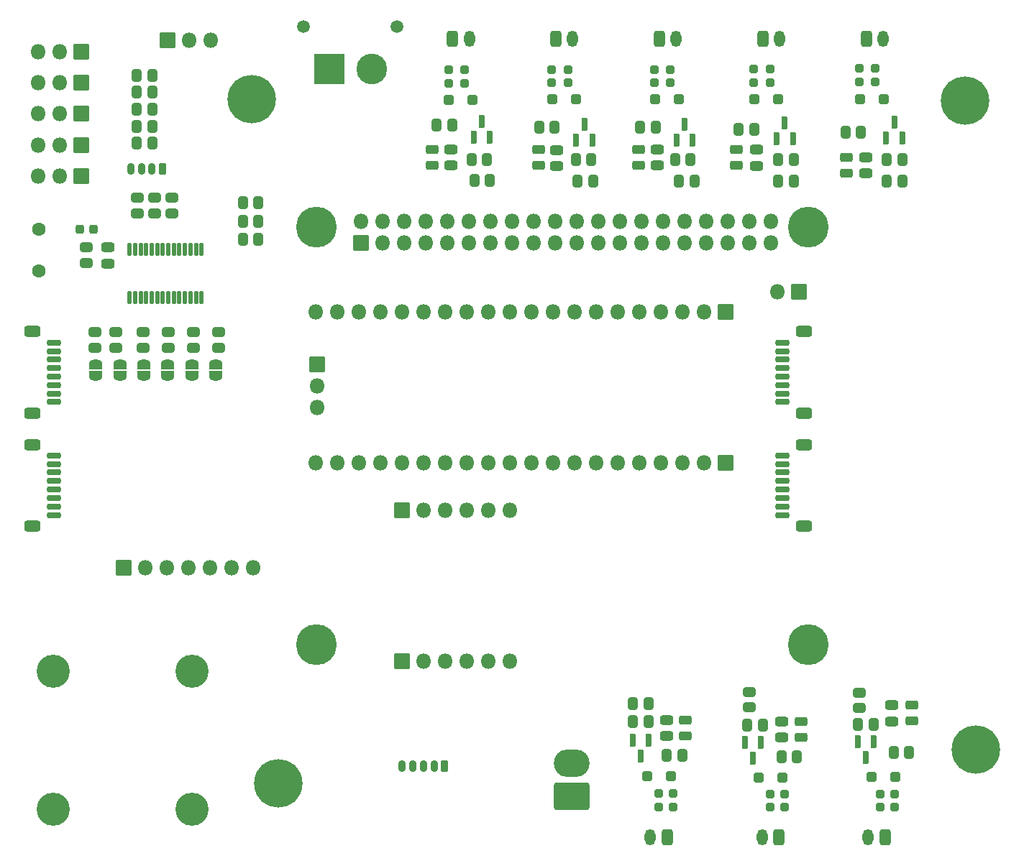
<source format=gbr>
%TF.GenerationSoftware,KiCad,Pcbnew,7.0.9*%
%TF.CreationDate,2024-01-05T06:09:31-08:00*%
%TF.ProjectId,Pi PCB Hat,50692050-4342-4204-9861-742e6b696361,rev?*%
%TF.SameCoordinates,Original*%
%TF.FileFunction,Soldermask,Top*%
%TF.FilePolarity,Negative*%
%FSLAX46Y46*%
G04 Gerber Fmt 4.6, Leading zero omitted, Abs format (unit mm)*
G04 Created by KiCad (PCBNEW 7.0.9) date 2024-01-05 06:09:31*
%MOMM*%
%LPD*%
G01*
G04 APERTURE LIST*
G04 Aperture macros list*
%AMRoundRect*
0 Rectangle with rounded corners*
0 $1 Rounding radius*
0 $2 $3 $4 $5 $6 $7 $8 $9 X,Y pos of 4 corners*
0 Add a 4 corners polygon primitive as box body*
4,1,4,$2,$3,$4,$5,$6,$7,$8,$9,$2,$3,0*
0 Add four circle primitives for the rounded corners*
1,1,$1+$1,$2,$3*
1,1,$1+$1,$4,$5*
1,1,$1+$1,$6,$7*
1,1,$1+$1,$8,$9*
0 Add four rect primitives between the rounded corners*
20,1,$1+$1,$2,$3,$4,$5,0*
20,1,$1+$1,$4,$5,$6,$7,0*
20,1,$1+$1,$6,$7,$8,$9,0*
20,1,$1+$1,$8,$9,$2,$3,0*%
%AMFreePoly0*
4,1,35,0.535921,0.785921,0.550800,0.750000,0.550800,-0.750000,0.535921,-0.785921,0.500000,-0.800800,0.000000,-0.800800,-0.012286,-0.795711,-0.071157,-0.795711,-0.085469,-0.793653,-0.222020,-0.753558,-0.235173,-0.747552,-0.354895,-0.670611,-0.365822,-0.661142,-0.459019,-0.553587,-0.466836,-0.541423,-0.525955,-0.411969,-0.530029,-0.398096,-0.550283,-0.257230,-0.550800,-0.250000,-0.550800,0.250000,
-0.550283,0.257230,-0.530029,0.398096,-0.525955,0.411969,-0.466836,0.541423,-0.459019,0.553587,-0.365822,0.661142,-0.354895,0.670611,-0.235173,0.747552,-0.222020,0.753558,-0.085469,0.793653,-0.071157,0.795711,-0.012286,0.795711,0.000000,0.800800,0.500000,0.800800,0.535921,0.785921,0.535921,0.785921,$1*%
%AMFreePoly1*
4,1,35,0.012286,0.795711,0.071157,0.795711,0.085469,0.793653,0.222020,0.753558,0.235173,0.747552,0.354895,0.670611,0.365822,0.661142,0.459019,0.553587,0.466836,0.541423,0.525955,0.411969,0.530029,0.398096,0.550283,0.257230,0.550800,0.250000,0.550800,-0.250000,0.550283,-0.257230,0.530029,-0.398096,0.525955,-0.411969,0.466836,-0.541423,0.459019,-0.553587,0.365822,-0.661142,
0.354895,-0.670611,0.235173,-0.747552,0.222020,-0.753558,0.085469,-0.793653,0.071157,-0.795711,0.012286,-0.795711,0.000000,-0.800800,-0.500000,-0.800800,-0.535921,-0.785921,-0.550800,-0.750000,-0.550800,0.750000,-0.535921,0.785921,-0.500000,0.800800,0.000000,0.800800,0.012286,0.795711,0.012286,0.795711,$1*%
G04 Aperture macros list end*
%ADD10RoundRect,0.269550X-0.218750X-0.256250X0.218750X-0.256250X0.218750X0.256250X-0.218750X0.256250X0*%
%ADD11RoundRect,0.300800X0.450000X-0.262500X0.450000X0.262500X-0.450000X0.262500X-0.450000X-0.262500X0*%
%ADD12RoundRect,0.200800X-0.150000X0.587500X-0.150000X-0.587500X0.150000X-0.587500X0.150000X0.587500X0*%
%ADD13RoundRect,0.269550X0.256250X-0.218750X0.256250X0.218750X-0.256250X0.218750X-0.256250X-0.218750X0*%
%ADD14RoundRect,0.269550X-0.256250X0.218750X-0.256250X-0.218750X0.256250X-0.218750X0.256250X0.218750X0*%
%ADD15RoundRect,0.300800X-0.475000X0.250000X-0.475000X-0.250000X0.475000X-0.250000X0.475000X0.250000X0*%
%ADD16RoundRect,0.300800X0.262500X0.450000X-0.262500X0.450000X-0.262500X-0.450000X0.262500X-0.450000X0*%
%ADD17RoundRect,0.300800X-0.350000X-0.650000X0.350000X-0.650000X0.350000X0.650000X-0.350000X0.650000X0*%
%ADD18O,1.301600X1.901600*%
%ADD19RoundRect,0.200800X0.150000X-0.587500X0.150000X0.587500X-0.150000X0.587500X-0.150000X-0.587500X0*%
%ADD20RoundRect,0.050800X0.850000X-0.850000X0.850000X0.850000X-0.850000X0.850000X-0.850000X-0.850000X0*%
%ADD21O,1.801600X1.801600*%
%ADD22RoundRect,0.300800X-0.262500X-0.450000X0.262500X-0.450000X0.262500X0.450000X-0.262500X0.450000X0*%
%ADD23RoundRect,0.300800X0.350000X0.650000X-0.350000X0.650000X-0.350000X-0.650000X0.350000X-0.650000X0*%
%ADD24RoundRect,0.294550X-0.456250X0.243750X-0.456250X-0.243750X0.456250X-0.243750X0.456250X0.243750X0*%
%ADD25RoundRect,0.300800X-0.300000X-0.300000X0.300000X-0.300000X0.300000X0.300000X-0.300000X0.300000X0*%
%ADD26C,4.801600*%
%ADD27RoundRect,0.200800X0.625000X-0.150000X0.625000X0.150000X-0.625000X0.150000X-0.625000X-0.150000X0*%
%ADD28RoundRect,0.300800X0.650000X-0.350000X0.650000X0.350000X-0.650000X0.350000X-0.650000X-0.350000X0*%
%ADD29RoundRect,0.150800X0.100000X-0.637500X0.100000X0.637500X-0.100000X0.637500X-0.100000X-0.637500X0*%
%ADD30RoundRect,0.300800X0.300000X0.300000X-0.300000X0.300000X-0.300000X-0.300000X0.300000X-0.300000X0*%
%ADD31C,1.501600*%
%ADD32RoundRect,0.050800X-1.750000X-1.750000X1.750000X-1.750000X1.750000X1.750000X-1.750000X1.750000X0*%
%ADD33C,3.601600*%
%ADD34FreePoly0,90.000000*%
%ADD35FreePoly1,90.000000*%
%ADD36RoundRect,0.300800X0.475000X-0.250000X0.475000X0.250000X-0.475000X0.250000X-0.475000X-0.250000X0*%
%ADD37RoundRect,0.050800X-0.850000X-0.850000X0.850000X-0.850000X0.850000X0.850000X-0.850000X0.850000X0*%
%ADD38C,3.901600*%
%ADD39C,5.701600*%
%ADD40RoundRect,0.250800X0.200000X0.450000X-0.200000X0.450000X-0.200000X-0.450000X0.200000X-0.450000X0*%
%ADD41O,0.901600X1.401600*%
%ADD42RoundRect,0.294550X0.456250X-0.243750X0.456250X0.243750X-0.456250X0.243750X-0.456250X-0.243750X0*%
%ADD43RoundRect,0.050800X-0.850000X0.850000X-0.850000X-0.850000X0.850000X-0.850000X0.850000X0.850000X0*%
%ADD44RoundRect,0.200800X-0.625000X0.150000X-0.625000X-0.150000X0.625000X-0.150000X0.625000X0.150000X0*%
%ADD45RoundRect,0.300800X-0.650000X0.350000X-0.650000X-0.350000X0.650000X-0.350000X0.650000X0.350000X0*%
%ADD46C,1.601600*%
%ADD47RoundRect,0.300800X-0.450000X0.262500X-0.450000X-0.262500X0.450000X-0.262500X0.450000X0.262500X0*%
%ADD48RoundRect,0.300800X1.800000X-1.330000X1.800000X1.330000X-1.800000X1.330000X-1.800000X-1.330000X0*%
%ADD49O,4.201600X3.261600*%
G04 APERTURE END LIST*
D10*
%TO.C,D2*%
X94812500Y-66150000D03*
X96387500Y-66150000D03*
%TD*%
D11*
%TO.C,R1G5*%
X99050000Y-80162500D03*
X99050000Y-78337500D03*
%TD*%
D12*
%TO.C,Q9*%
X175000000Y-126612500D03*
X173100000Y-126612500D03*
X174050000Y-128487500D03*
%TD*%
D13*
%TO.C,D24*%
X177800000Y-134287500D03*
X177800000Y-132712500D03*
%TD*%
D14*
%TO.C,D9*%
X162450000Y-47362500D03*
X162450000Y-48937500D03*
%TD*%
D11*
%TO.C,R37*%
X173610000Y-122512500D03*
X173610000Y-120687500D03*
%TD*%
D15*
%TO.C,C3*%
X138527673Y-56772425D03*
X138527673Y-58672425D03*
%TD*%
D16*
%TO.C,R28*%
X191632500Y-60477575D03*
X189807500Y-60477575D03*
%TD*%
D17*
%TO.C,J12*%
X150834375Y-43725000D03*
D18*
X152834375Y-43725000D03*
%TD*%
D14*
%TO.C,D10*%
X164300000Y-47362500D03*
X164300000Y-48937500D03*
%TD*%
D19*
%TO.C,Q6*%
X189750000Y-55415075D03*
X191650000Y-55415075D03*
X190700000Y-53540075D03*
%TD*%
D20*
%TO.C,J6*%
X132725000Y-117075000D03*
D21*
X135265000Y-117075000D03*
X137805000Y-117075000D03*
X140345000Y-117075000D03*
X142885000Y-117075000D03*
X145425000Y-117075000D03*
%TD*%
D19*
%TO.C,Q2*%
X141200000Y-55387500D03*
X143100000Y-55387500D03*
X142150000Y-53512500D03*
%TD*%
D11*
%TO.C,R14*%
X186550000Y-122596066D03*
X186550000Y-120771066D03*
%TD*%
D22*
%TO.C,R3G2*%
X101525000Y-50050000D03*
X103350000Y-50050000D03*
%TD*%
%TO.C,R3G5*%
X101525000Y-56050000D03*
X103350000Y-56050000D03*
%TD*%
D23*
%TO.C,J27*%
X177110000Y-137825000D03*
D18*
X175110000Y-137825000D03*
%TD*%
D16*
%TO.C,R2*%
X115812500Y-63100000D03*
X113987500Y-63100000D03*
%TD*%
D22*
%TO.C,R34*%
X159937500Y-122053934D03*
X161762500Y-122053934D03*
%TD*%
D13*
%TO.C,D22*%
X162950000Y-134237500D03*
X162950000Y-132662500D03*
%TD*%
D23*
%TO.C,J2*%
X189600000Y-137825000D03*
D18*
X187600000Y-137825000D03*
%TD*%
D15*
%TO.C,C5*%
X162750000Y-56770000D03*
X162750000Y-58670000D03*
%TD*%
D17*
%TO.C,J23*%
X187402500Y-43725000D03*
D18*
X189402500Y-43725000D03*
%TD*%
D22*
%TO.C,R21*%
X164887500Y-57962575D03*
X166712500Y-57962575D03*
%TD*%
D12*
%TO.C,Q1*%
X188300000Y-126550000D03*
X186400000Y-126550000D03*
X187350000Y-128425000D03*
%TD*%
D17*
%TO.C,J21*%
X163023750Y-43725000D03*
D18*
X165023750Y-43725000D03*
%TD*%
D22*
%TO.C,R7*%
X153187500Y-57950000D03*
X155012500Y-57950000D03*
%TD*%
D11*
%TO.C,R1G2*%
X108160000Y-80162500D03*
X108160000Y-78337500D03*
%TD*%
D14*
%TO.C,D1*%
X138200000Y-47412500D03*
X138200000Y-48987500D03*
%TD*%
%TO.C,D5*%
X150350000Y-47362500D03*
X150350000Y-48937500D03*
%TD*%
D19*
%TO.C,Q4*%
X165050000Y-55687500D03*
X166950000Y-55687500D03*
X166000000Y-53812500D03*
%TD*%
D17*
%TO.C,J10*%
X138650000Y-43725000D03*
D18*
X140650000Y-43725000D03*
%TD*%
D14*
%TO.C,D3*%
X140100000Y-47400000D03*
X140100000Y-48975000D03*
%TD*%
D16*
%TO.C,R6*%
X150712500Y-54150000D03*
X148887500Y-54150000D03*
%TD*%
D20*
%TO.C,J7*%
X132725000Y-99275000D03*
D21*
X135265000Y-99275000D03*
X137805000Y-99275000D03*
X140345000Y-99275000D03*
X142885000Y-99275000D03*
X145425000Y-99275000D03*
%TD*%
D16*
%TO.C,R25*%
X178832500Y-60477575D03*
X177007500Y-60477575D03*
%TD*%
D24*
%TO.C,F3*%
X160550000Y-56762500D03*
X160550000Y-58637500D03*
%TD*%
D23*
%TO.C,J26*%
X163950000Y-137825000D03*
D18*
X161950000Y-137825000D03*
%TD*%
D11*
%TO.C,R1G3*%
X105220000Y-80162500D03*
X105220000Y-78337500D03*
%TD*%
D14*
%TO.C,D6*%
X152250000Y-47362500D03*
X152250000Y-48937500D03*
%TD*%
D22*
%TO.C,R3G3*%
X101525000Y-52050000D03*
X103350000Y-52050000D03*
%TD*%
D11*
%TO.C,R1G6*%
X96600000Y-80162500D03*
X96600000Y-78337500D03*
%TD*%
D19*
%TO.C,Q3*%
X153250000Y-55687500D03*
X155150000Y-55687500D03*
X154200000Y-53812500D03*
%TD*%
D14*
%TO.C,D12*%
X174150000Y-47312500D03*
X174150000Y-48887500D03*
%TD*%
D25*
%TO.C,D4*%
X138267327Y-50927575D03*
X141067327Y-50927575D03*
%TD*%
D26*
%TO.C,H5*%
X180600000Y-115100000D03*
%TD*%
D24*
%TO.C,F2*%
X148800000Y-56812500D03*
X148800000Y-58687500D03*
%TD*%
D27*
%TO.C,J13*%
X91750000Y-99850000D03*
X91750000Y-98850000D03*
X91750000Y-97850000D03*
X91750000Y-96850000D03*
X91750000Y-95850000D03*
X91750000Y-94850000D03*
X91750000Y-93850000D03*
X91750000Y-92850000D03*
D28*
X89225000Y-101150000D03*
X89225000Y-91550000D03*
%TD*%
D22*
%TO.C,R32*%
X163887500Y-128153934D03*
X165712500Y-128153934D03*
%TD*%
%TO.C,R27*%
X189807500Y-57962575D03*
X191632500Y-57962575D03*
%TD*%
D19*
%TO.C,Q5*%
X176850000Y-55537500D03*
X178750000Y-55537500D03*
X177800000Y-53662500D03*
%TD*%
D13*
%TO.C,D21*%
X164650000Y-134237500D03*
X164650000Y-132662500D03*
%TD*%
D11*
%TO.C,R9*%
X101550000Y-64312500D03*
X101550000Y-62487500D03*
%TD*%
D20*
%TO.C,J15*%
X105170000Y-43950000D03*
D21*
X107710000Y-43950000D03*
X110250000Y-43950000D03*
%TD*%
D22*
%TO.C,R13*%
X190637500Y-127821066D03*
X192462500Y-127821066D03*
%TD*%
D29*
%TO.C,U1*%
X100675000Y-74262500D03*
X101325000Y-74262500D03*
X101975000Y-74262500D03*
X102625000Y-74262500D03*
X103275000Y-74262500D03*
X103925000Y-74262500D03*
X104575000Y-74262500D03*
X105225000Y-74262500D03*
X105875000Y-74262500D03*
X106525000Y-74262500D03*
X107175000Y-74262500D03*
X107825000Y-74262500D03*
X108475000Y-74262500D03*
X109125000Y-74262500D03*
X109125000Y-68537500D03*
X108475000Y-68537500D03*
X107825000Y-68537500D03*
X107175000Y-68537500D03*
X106525000Y-68537500D03*
X105875000Y-68537500D03*
X105225000Y-68537500D03*
X104575000Y-68537500D03*
X103925000Y-68537500D03*
X103275000Y-68537500D03*
X102625000Y-68537500D03*
X101975000Y-68537500D03*
X101325000Y-68537500D03*
X100675000Y-68537500D03*
%TD*%
D30*
%TO.C,D19*%
X190800000Y-130700000D03*
X188000000Y-130700000D03*
%TD*%
D31*
%TO.C,J4*%
X121150000Y-42350000D03*
X132150000Y-42350000D03*
D32*
X124150000Y-47350000D03*
D33*
X129150000Y-47350000D03*
%TD*%
D30*
%TO.C,D23*%
X164400000Y-130600000D03*
X161600000Y-130600000D03*
%TD*%
D34*
%TO.C,JP9*%
X110800000Y-83450000D03*
D35*
X110800000Y-82150000D03*
%TD*%
D11*
%TO.C,R1G4*%
X102280000Y-80162500D03*
X102280000Y-78337500D03*
%TD*%
D36*
%TO.C,C2*%
X98100000Y-70220000D03*
X98100000Y-68320000D03*
%TD*%
D15*
%TO.C,C7*%
X187350000Y-57720000D03*
X187350000Y-59620000D03*
%TD*%
D11*
%TO.C,R10*%
X103575000Y-64312500D03*
X103575000Y-62487500D03*
%TD*%
D30*
%TO.C,D26*%
X177500000Y-130750000D03*
X174700000Y-130750000D03*
%TD*%
D26*
%TO.C,H9*%
X180600000Y-65975000D03*
%TD*%
D24*
%TO.C,F4*%
X172125000Y-56787500D03*
X172125000Y-58662500D03*
%TD*%
D11*
%TO.C,R11*%
X105600000Y-64312500D03*
X105600000Y-62487500D03*
%TD*%
D34*
%TO.C,JP5*%
X96700000Y-83450000D03*
D35*
X96700000Y-82150000D03*
%TD*%
D16*
%TO.C,R12*%
X188262500Y-124500000D03*
X186437500Y-124500000D03*
%TD*%
%TO.C,R26*%
X186762500Y-54750000D03*
X184937500Y-54750000D03*
%TD*%
%TO.C,R5*%
X143082500Y-60450000D03*
X141257500Y-60450000D03*
%TD*%
D37*
%TO.C,J30*%
X122750000Y-82140780D03*
D21*
X122750000Y-84680780D03*
X122750000Y-87220780D03*
%TD*%
D16*
%TO.C,R20*%
X162612500Y-54200000D03*
X160787500Y-54200000D03*
%TD*%
D26*
%TO.C,H7*%
X122650000Y-115150000D03*
%TD*%
D25*
%TO.C,D7*%
X150425000Y-50902575D03*
X153225000Y-50902575D03*
%TD*%
D15*
%TO.C,C4*%
X150900000Y-56850000D03*
X150900000Y-58750000D03*
%TD*%
D16*
%TO.C,R33*%
X161762500Y-124203934D03*
X159937500Y-124203934D03*
%TD*%
D38*
%TO.C,H12*%
X108000000Y-118250000D03*
%TD*%
D16*
%TO.C,R23*%
X174212500Y-54450000D03*
X172387500Y-54450000D03*
%TD*%
D20*
%TO.C,J8*%
X99940000Y-106050000D03*
D21*
X102480000Y-106050000D03*
X105020000Y-106050000D03*
X107560000Y-106050000D03*
X110100000Y-106050000D03*
X112640000Y-106050000D03*
X115180000Y-106050000D03*
%TD*%
D39*
%TO.C,H3*%
X118200000Y-131500000D03*
%TD*%
D14*
%TO.C,D16*%
X188400000Y-47262500D03*
X188400000Y-48837500D03*
%TD*%
D25*
%TO.C,D14*%
X174225000Y-50902575D03*
X177025000Y-50902575D03*
%TD*%
D13*
%TO.C,D25*%
X176050000Y-134287500D03*
X176050000Y-132712500D03*
%TD*%
D40*
%TO.C,J28*%
X104550000Y-59050000D03*
D41*
X103300000Y-59050000D03*
X102050000Y-59050000D03*
X100800000Y-59050000D03*
%TD*%
D38*
%TO.C,H11*%
X91700000Y-134550000D03*
%TD*%
D12*
%TO.C,Q8*%
X161800000Y-126416434D03*
X159900000Y-126416434D03*
X160850000Y-128291434D03*
%TD*%
D26*
%TO.C,H8*%
X122675000Y-65950000D03*
%TD*%
D13*
%TO.C,D8*%
X189000000Y-134287500D03*
X189000000Y-132712500D03*
%TD*%
D42*
%TO.C,F8*%
X192800000Y-124138566D03*
X192800000Y-122263566D03*
%TD*%
D24*
%TO.C,F6*%
X185050000Y-57712500D03*
X185050000Y-59587500D03*
%TD*%
D39*
%TO.C,H2*%
X199000000Y-51050000D03*
%TD*%
%TO.C,H4*%
X200300000Y-127500000D03*
%TD*%
D17*
%TO.C,J22*%
X175213125Y-43725000D03*
D18*
X177213125Y-43725000D03*
%TD*%
D43*
%TO.C,J18*%
X94980000Y-52591000D03*
D21*
X92440000Y-52591000D03*
X89900000Y-52591000D03*
%TD*%
D43*
%TO.C,J17*%
X94980000Y-48920500D03*
D21*
X92440000Y-48920500D03*
X89900000Y-48920500D03*
%TD*%
D34*
%TO.C,JP11*%
X107980000Y-83450000D03*
D35*
X107980000Y-82150000D03*
%TD*%
D22*
%TO.C,R3G4*%
X101525000Y-54050000D03*
X103350000Y-54050000D03*
%TD*%
D25*
%TO.C,D11*%
X162550000Y-50900000D03*
X165350000Y-50900000D03*
%TD*%
D14*
%TO.C,D15*%
X186550000Y-47262500D03*
X186550000Y-48837500D03*
%TD*%
D15*
%TO.C,C6*%
X174475000Y-56800000D03*
X174475000Y-58700000D03*
%TD*%
D44*
%TO.C,J14*%
X177500000Y-92850000D03*
X177500000Y-93850000D03*
X177500000Y-94850000D03*
X177500000Y-95850000D03*
X177500000Y-96850000D03*
X177500000Y-97850000D03*
X177500000Y-98850000D03*
X177500000Y-99850000D03*
D45*
X180025000Y-91550000D03*
X180025000Y-101150000D03*
%TD*%
D34*
%TO.C,JP6*%
X99520000Y-83450000D03*
D35*
X99520000Y-82150000D03*
%TD*%
D24*
%TO.C,F1*%
X136277673Y-56762500D03*
X136277673Y-58637500D03*
%TD*%
D27*
%TO.C,J3*%
X91750000Y-86550000D03*
X91750000Y-85550000D03*
X91750000Y-84550000D03*
X91750000Y-83550000D03*
X91750000Y-82550000D03*
X91750000Y-81550000D03*
X91750000Y-80550000D03*
X91750000Y-79550000D03*
D28*
X89225000Y-87850000D03*
X89225000Y-78250000D03*
%TD*%
D43*
%TO.C,J20*%
X94980000Y-59932000D03*
D21*
X92440000Y-59932000D03*
X89900000Y-59932000D03*
%TD*%
D39*
%TO.C,H1*%
X115000000Y-50900000D03*
%TD*%
D13*
%TO.C,D18*%
X190700000Y-134287500D03*
X190700000Y-132712500D03*
%TD*%
D14*
%TO.C,D13*%
X176050000Y-47312500D03*
X176050000Y-48887500D03*
%TD*%
D22*
%TO.C,R3G1*%
X101525000Y-48050000D03*
X103350000Y-48050000D03*
%TD*%
D11*
%TO.C,R1G1*%
X111100000Y-80162500D03*
X111100000Y-78337500D03*
%TD*%
D46*
%TO.C,Y1*%
X89950000Y-71100000D03*
X89950000Y-66220000D03*
%TD*%
D47*
%TO.C,R1*%
X95600000Y-68337500D03*
X95600000Y-70162500D03*
%TD*%
D16*
%TO.C,R3*%
X138650000Y-53950000D03*
X136825000Y-53950000D03*
%TD*%
D43*
%TO.C,J19*%
X94980000Y-56261500D03*
D21*
X92440000Y-56261500D03*
X89900000Y-56261500D03*
%TD*%
D42*
%TO.C,F7*%
X179710000Y-126037500D03*
X179710000Y-124162500D03*
%TD*%
D16*
%TO.C,R2G2*%
X115812500Y-67350000D03*
X113987500Y-67350000D03*
%TD*%
D38*
%TO.C,H6*%
X91700000Y-118250000D03*
%TD*%
D34*
%TO.C,JP8*%
X105160000Y-83450000D03*
D35*
X105160000Y-82150000D03*
%TD*%
D43*
%TO.C,J31*%
X170810000Y-75950000D03*
D21*
X168270000Y-75950000D03*
X165730000Y-75950000D03*
X163190000Y-75950000D03*
X160650000Y-75950000D03*
X158110000Y-75950000D03*
X155570000Y-75950000D03*
X153030000Y-75950000D03*
X150490000Y-75950000D03*
X147950000Y-75950000D03*
X145410000Y-75950000D03*
X142870000Y-75950000D03*
X140330000Y-75950000D03*
X137790000Y-75950000D03*
X135250000Y-75950000D03*
X132710000Y-75950000D03*
X130170000Y-75950000D03*
X127630000Y-75950000D03*
X125090000Y-75950000D03*
X122550000Y-75950000D03*
X122550000Y-93730000D03*
X125090000Y-93730000D03*
X127630000Y-93730000D03*
X130170000Y-93730000D03*
X132710000Y-93730000D03*
X135250000Y-93730000D03*
X137790000Y-93730000D03*
X140330000Y-93730000D03*
X142870000Y-93730000D03*
X145410000Y-93730000D03*
X147950000Y-93730000D03*
X150490000Y-93730000D03*
X153030000Y-93730000D03*
X155570000Y-93730000D03*
X158110000Y-93730000D03*
X160650000Y-93730000D03*
X163190000Y-93730000D03*
X165730000Y-93730000D03*
X168270000Y-93730000D03*
D43*
X170810000Y-93730000D03*
%TD*%
D44*
%TO.C,J9*%
X177500000Y-79550000D03*
X177500000Y-80550000D03*
X177500000Y-81550000D03*
X177500000Y-82550000D03*
X177500000Y-83550000D03*
X177500000Y-84550000D03*
X177500000Y-85550000D03*
X177500000Y-86550000D03*
D45*
X180025000Y-78250000D03*
X180025000Y-87850000D03*
%TD*%
D22*
%TO.C,R35*%
X177397500Y-128350000D03*
X179222500Y-128350000D03*
%TD*%
D16*
%TO.C,R36*%
X175235000Y-124600000D03*
X173410000Y-124600000D03*
%TD*%
%TO.C,R22*%
X167182500Y-60477575D03*
X165357500Y-60477575D03*
%TD*%
D22*
%TO.C,R4*%
X140915173Y-57972425D03*
X142740173Y-57972425D03*
%TD*%
D36*
%TO.C,C9*%
X163850000Y-125903934D03*
X163850000Y-124003934D03*
%TD*%
D22*
%TO.C,R24*%
X177007500Y-57962575D03*
X178832500Y-57962575D03*
%TD*%
D42*
%TO.C,F5*%
X166100000Y-125891434D03*
X166100000Y-124016434D03*
%TD*%
D36*
%TO.C,C1*%
X190400000Y-124171066D03*
X190400000Y-122271066D03*
%TD*%
D16*
%TO.C,R8*%
X155232500Y-60477575D03*
X153407500Y-60477575D03*
%TD*%
D34*
%TO.C,JP7*%
X102340000Y-83450000D03*
D35*
X102340000Y-82150000D03*
%TD*%
D43*
%TO.C,J24*%
X179425000Y-73550000D03*
D21*
X176885000Y-73550000D03*
%TD*%
D43*
%TO.C,J16*%
X94980000Y-45250000D03*
D21*
X92440000Y-45250000D03*
X89900000Y-45250000D03*
%TD*%
D38*
%TO.C,H10*%
X108000000Y-134550000D03*
%TD*%
D25*
%TO.C,D17*%
X186627500Y-50827575D03*
X189427500Y-50827575D03*
%TD*%
D36*
%TO.C,C10*%
X177460000Y-126050000D03*
X177460000Y-124150000D03*
%TD*%
D16*
%TO.C,R2G1*%
X115812500Y-65225000D03*
X113987500Y-65225000D03*
%TD*%
D40*
%TO.C,J25*%
X137750000Y-129450000D03*
D41*
X136500000Y-129450000D03*
X135250000Y-129450000D03*
X134000000Y-129450000D03*
X132750000Y-129450000D03*
%TD*%
D43*
%TO.C,J1*%
X127895000Y-67795000D03*
D21*
X127895000Y-65255000D03*
X130435000Y-67795000D03*
X130435000Y-65255000D03*
X132975000Y-67795000D03*
X132975000Y-65255000D03*
X135515000Y-67795000D03*
X135515000Y-65255000D03*
X138055000Y-67795000D03*
X138055000Y-65255000D03*
X140595000Y-67795000D03*
X140595000Y-65255000D03*
X143135000Y-67795000D03*
X143135000Y-65255000D03*
X145675000Y-67795000D03*
X145675000Y-65255000D03*
X148215000Y-67795000D03*
X148215000Y-65255000D03*
X150755000Y-67795000D03*
X150755000Y-65255000D03*
X153295000Y-67795000D03*
X153295000Y-65255000D03*
X155835000Y-67795000D03*
X155835000Y-65255000D03*
X158375000Y-67795000D03*
X158375000Y-65255000D03*
X160915000Y-67795000D03*
X160915000Y-65255000D03*
X163455000Y-67795000D03*
X163455000Y-65255000D03*
X165995000Y-67795000D03*
X165995000Y-65255000D03*
X168535000Y-67795000D03*
X168535000Y-65255000D03*
X171075000Y-67795000D03*
X171075000Y-65255000D03*
X173615000Y-67795000D03*
X173615000Y-65255000D03*
X176155000Y-67795000D03*
X176155000Y-65255000D03*
%TD*%
D48*
%TO.C,J5*%
X152695000Y-133030000D03*
D49*
X152695000Y-129070000D03*
%TD*%
M02*

</source>
